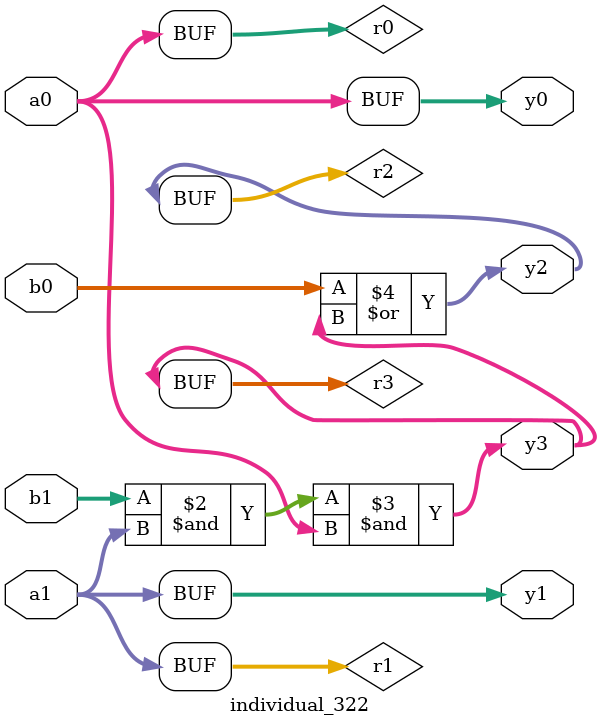
<source format=sv>
module individual_322(input logic [15:0] a1, input logic [15:0] a0, input logic [15:0] b1, input logic [15:0] b0, output logic [15:0] y3, output logic [15:0] y2, output logic [15:0] y1, output logic [15:0] y0);
logic [15:0] r0, r1, r2, r3; 
 always@(*) begin 
	 r0 = a0; r1 = a1; r2 = b0; r3 = b1; 
 	 r3  &=  a1 ;
 	 r3  &=  a0 ;
 	 r2  |=  r3 ;
 	 y3 = r3; y2 = r2; y1 = r1; y0 = r0; 
end
endmodule
</source>
